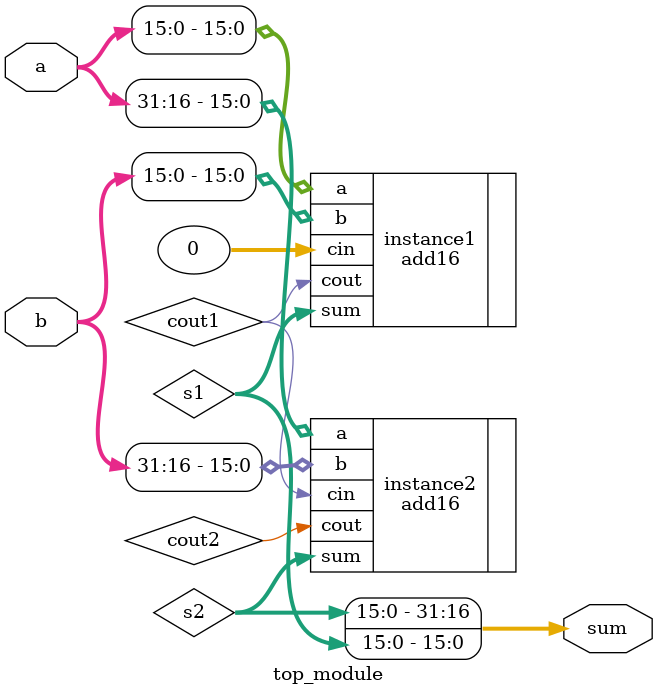
<source format=v>
module top_module(
    input [31:0] a,
    input [31:0] b,
    output [31:0] sum
);
  wire [15:0]s1, s2;
  wire cout1, cout2;
  add16 instance1 (.a(a[15:0]), .b(b[15:0]), .cin(0), .sum(s1), .cout(cout1));
  add16 instance2 (.a(a[31:16]), .b(b[31:16]), .cin(cout1), .sum(s2), .cout(cout2));
  assign sum = {s2, s1};
endmodule

</source>
